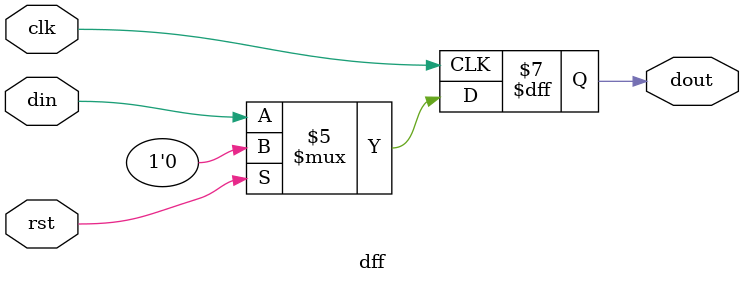
<source format=v>
module dff (
    input  wire clk,
    input  wire rst,
    input  wire din,
    output reg dout
);
    always @(posedge clk) begin
    
    if(rst==1'b1)
	    dout<=1'b0;
    else
	    dout<=din;
    
    end

    initial begin
	$dumpfile("dump.vcd");
	$dumpvars(0,dff);
	    end
endmodule


</source>
